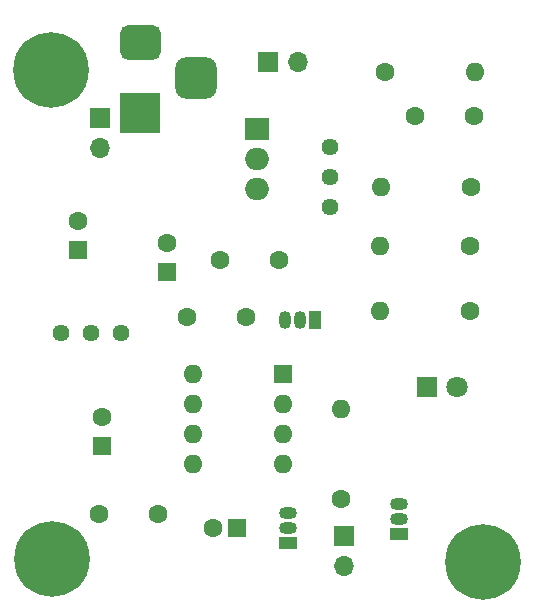
<source format=gbs>
G04 #@! TF.GenerationSoftware,KiCad,Pcbnew,(5.1.10)-1*
G04 #@! TF.CreationDate,2023-08-02T14:32:02+03:00*
G04 #@! TF.ProjectId,trigger_cct,74726967-6765-4725-9f63-63742e6b6963,rev?*
G04 #@! TF.SameCoordinates,Original*
G04 #@! TF.FileFunction,Soldermask,Bot*
G04 #@! TF.FilePolarity,Negative*
%FSLAX46Y46*%
G04 Gerber Fmt 4.6, Leading zero omitted, Abs format (unit mm)*
G04 Created by KiCad (PCBNEW (5.1.10)-1) date 2023-08-02 14:32:02*
%MOMM*%
%LPD*%
G01*
G04 APERTURE LIST*
%ADD10C,6.400000*%
%ADD11C,1.440000*%
%ADD12O,1.600000X1.600000*%
%ADD13R,1.600000X1.600000*%
%ADD14O,2.000000X1.905000*%
%ADD15R,2.000000X1.905000*%
%ADD16C,1.600000*%
%ADD17R,1.500000X1.050000*%
%ADD18O,1.500000X1.050000*%
%ADD19R,1.050000X1.500000*%
%ADD20O,1.050000X1.500000*%
%ADD21O,1.700000X1.700000*%
%ADD22R,1.700000X1.700000*%
%ADD23R,3.500000X3.500000*%
%ADD24C,1.800000*%
%ADD25R,1.800000X1.800000*%
G04 APERTURE END LIST*
D10*
X136753600Y-61569600D03*
X136855200Y-103047800D03*
X173380400Y-103225600D03*
D11*
X137668000Y-83896200D03*
X140208000Y-83896200D03*
X142748000Y-83896200D03*
X160401000Y-68148200D03*
X160401000Y-70688200D03*
X160401000Y-73228200D03*
D12*
X148793200Y-87325200D03*
X156413200Y-94945200D03*
X148793200Y-89865200D03*
X156413200Y-92405200D03*
X148793200Y-92405200D03*
X156413200Y-89865200D03*
X148793200Y-94945200D03*
D13*
X156413200Y-87325200D03*
D14*
X154254200Y-71678800D03*
X154254200Y-69138800D03*
D15*
X154254200Y-66598800D03*
D12*
X161315400Y-90322400D03*
D16*
X161315400Y-97942400D03*
D12*
X164617400Y-81991200D03*
D16*
X172237400Y-81991200D03*
D12*
X164642800Y-76530200D03*
D16*
X172262800Y-76530200D03*
D12*
X164769800Y-71551800D03*
D16*
X172389800Y-71551800D03*
D12*
X172720000Y-61798200D03*
D16*
X165100000Y-61798200D03*
D17*
X166268400Y-100888800D03*
D18*
X166268400Y-98348800D03*
X166268400Y-99618800D03*
D17*
X156819600Y-101650800D03*
D18*
X156819600Y-99110800D03*
X156819600Y-100380800D03*
D19*
X159181800Y-82778600D03*
D20*
X156641800Y-82778600D03*
X157911800Y-82778600D03*
D21*
X157708600Y-60934600D03*
D22*
X155168600Y-60934600D03*
D21*
X161594800Y-103581200D03*
D22*
X161594800Y-101041200D03*
D21*
X140919200Y-68224400D03*
D22*
X140919200Y-65684400D03*
G36*
G01*
X148197600Y-60530800D02*
X149947600Y-60530800D01*
G75*
G02*
X150822600Y-61405800I0J-875000D01*
G01*
X150822600Y-63155800D01*
G75*
G02*
X149947600Y-64030800I-875000J0D01*
G01*
X148197600Y-64030800D01*
G75*
G02*
X147322600Y-63155800I0J875000D01*
G01*
X147322600Y-61405800D01*
G75*
G02*
X148197600Y-60530800I875000J0D01*
G01*
G37*
G36*
G01*
X143372600Y-57780800D02*
X145372600Y-57780800D01*
G75*
G02*
X146122600Y-58530800I0J-750000D01*
G01*
X146122600Y-60030800D01*
G75*
G02*
X145372600Y-60780800I-750000J0D01*
G01*
X143372600Y-60780800D01*
G75*
G02*
X142622600Y-60030800I0J750000D01*
G01*
X142622600Y-58530800D01*
G75*
G02*
X143372600Y-57780800I750000J0D01*
G01*
G37*
D23*
X144372600Y-65280800D03*
D24*
X171170600Y-88442800D03*
D25*
X168630600Y-88442800D03*
D16*
X141147800Y-90972000D03*
D13*
X141147800Y-93472000D03*
D16*
X146634200Y-76214600D03*
D13*
X146634200Y-78714600D03*
D16*
X140872200Y-99161600D03*
X145872200Y-99161600D03*
X151104600Y-77698600D03*
X156104600Y-77698600D03*
X172640000Y-65506600D03*
X167640000Y-65506600D03*
X139115800Y-74385800D03*
D13*
X139115800Y-76885800D03*
D16*
X153336000Y-82524600D03*
X148336000Y-82524600D03*
X150501600Y-100355400D03*
D13*
X152501600Y-100355400D03*
M02*

</source>
